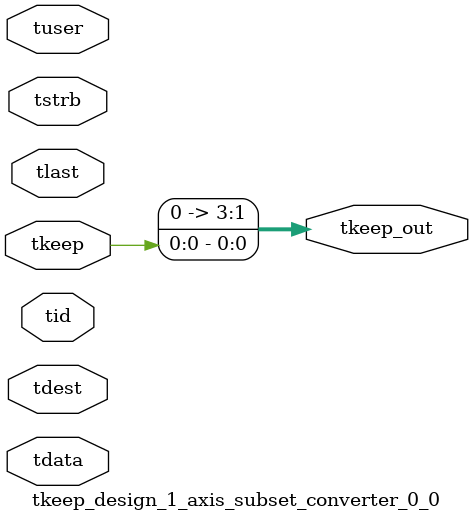
<source format=v>


`timescale 1ps/1ps

module tkeep_design_1_axis_subset_converter_0_0 #
(
parameter C_S_AXIS_TDATA_WIDTH = 32,
parameter C_S_AXIS_TUSER_WIDTH = 0,
parameter C_S_AXIS_TID_WIDTH   = 0,
parameter C_S_AXIS_TDEST_WIDTH = 0,
parameter C_M_AXIS_TDATA_WIDTH = 32
)
(
input  [(C_S_AXIS_TDATA_WIDTH == 0 ? 1 : C_S_AXIS_TDATA_WIDTH)-1:0     ] tdata,
input  [(C_S_AXIS_TUSER_WIDTH == 0 ? 1 : C_S_AXIS_TUSER_WIDTH)-1:0     ] tuser,
input  [(C_S_AXIS_TID_WIDTH   == 0 ? 1 : C_S_AXIS_TID_WIDTH)-1:0       ] tid,
input  [(C_S_AXIS_TDEST_WIDTH == 0 ? 1 : C_S_AXIS_TDEST_WIDTH)-1:0     ] tdest,
input  [(C_S_AXIS_TDATA_WIDTH/8)-1:0 ] tkeep,
input  [(C_S_AXIS_TDATA_WIDTH/8)-1:0 ] tstrb,
input                                                                    tlast,
output [(C_M_AXIS_TDATA_WIDTH/8)-1:0 ] tkeep_out
);

assign tkeep_out = {tkeep[0:0]};

endmodule


</source>
